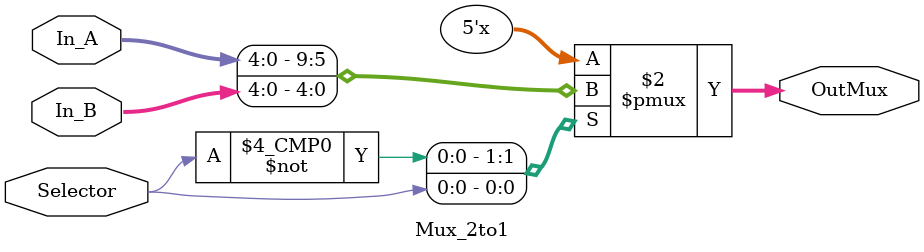
<source format=v>
`timescale 1ns / 1ps


module Mux_2to1(
    input [4:0] In_A, 
    input [4:0] In_B,
    input Selector,
    output reg [4:0] OutMux
    );
    
    always @ (*) begin  
     case (Selector)  
        1'd0 : OutMux <= In_A;  
        1'd1 : OutMux <= In_B; 
        default : OutMux <=5'b0; 
     endcase  
   end  
endmodule

</source>
